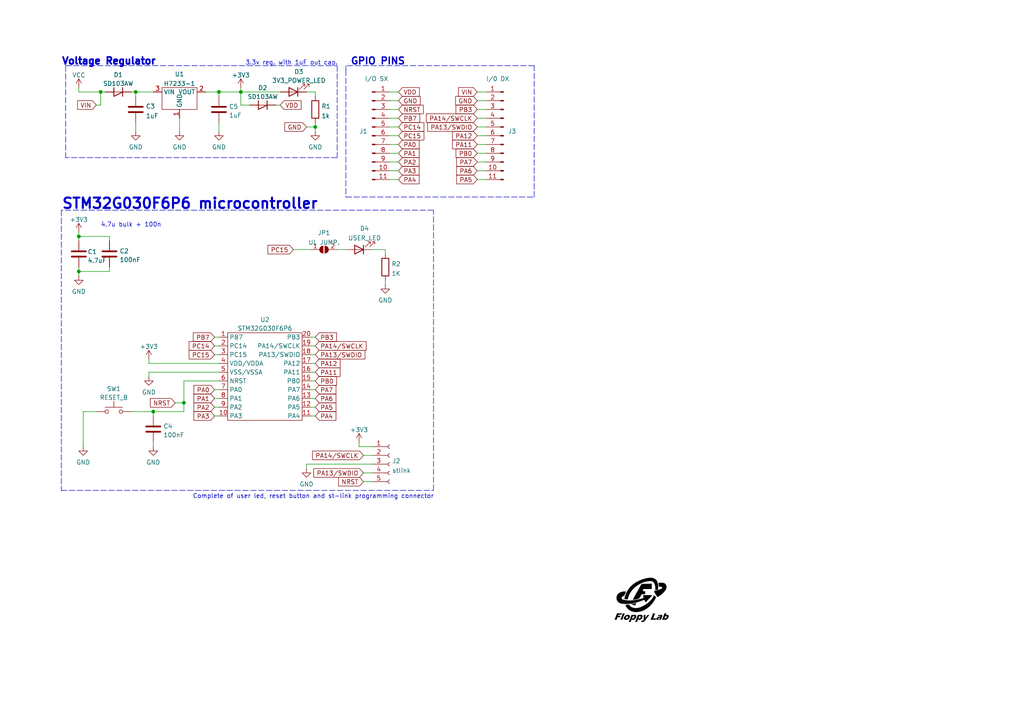
<source format=kicad_sch>
(kicad_sch (version 20211123) (generator eeschema)
  (paper "A4")
  (title_block (title "THE FLOPPY BOARD V2.x") (date "2022-10-28") (rev "2.0"))
  (lib_symbols
    (symbol "Connector:Conn_01x05_Female" (pin_names (offset 1.016) hide)
      (property "Reference" "J" (at 0 7.62 0))
      (property "Value" "Conn_01x05_Female" (at 0 -7.62 0))
      (symbol "Conn_01x05_Female_1_1"
        (arc (start 0 -4.572) (mid -0.508 -5.08) (end 0 -5.588) (stroke (width 0.1524)))
        (arc (start 0 -2.032) (mid -0.508 -2.54) (end 0 -3.048) (stroke (width 0.1524)))
        (polyline (pts (xy -1.27 -5.08) (xy -0.508 -5.08)) (stroke (width 0.1524)))
        (polyline (pts (xy -1.27 -2.54) (xy -0.508 -2.54)) (stroke (width 0.1524)))
        (polyline (pts (xy -1.27 0) (xy -0.508 0)) (stroke (width 0.1524)))
        (polyline (pts (xy -1.27 2.54) (xy -0.508 2.54)) (stroke (width 0.1524)))
        (polyline (pts (xy -1.27 5.08) (xy -0.508 5.08)) (stroke (width 0.1524)))
        (arc (start 0 0.508) (mid -0.508 0) (end 0 -0.508) (stroke (width 0.1524)))
        (arc (start 0 3.048) (mid -0.508 2.54) (end 0 2.032) (stroke (width 0.1524)))
        (arc (start 0 5.588) (mid -0.508 5.08) (end 0 4.572) (stroke (width 0.1524)))
        (pin passive line (at -5.08 5.08 0) (length 3.81) (name "Pin_1") (number "1"))
        (pin passive line (at -5.08 2.54 0) (length 3.81) (name "Pin_2") (number "2"))
        (pin passive line (at -5.08 0 0) (length 3.81) (name "Pin_3") (number "3"))
        (pin passive line (at -5.08 -2.54 0) (length 3.81) (name "Pin_4") (number "4"))
        (pin passive line (at -5.08 -5.08 0) (length 3.81) (name "Pin_5") (number "5"))
      )
    )
    (symbol "Connector:Conn_01x11_Male" (pin_names (offset 1.016) hide)
      (property "Reference" "J" (at 0 15.24 0))
      (property "Value" "Conn_01x11_Male" (at 0 -15.24 0))
      (symbol "Conn_01x11_Male_1_1"
        (polyline (pts (xy 1.27 -12.7) (xy 0.8636 -12.7)) (stroke (width 0.1524)))
        (polyline (pts (xy 1.27 -10.16) (xy 0.8636 -10.16)) (stroke (width 0.1524)))
        (polyline (pts (xy 1.27 -7.62) (xy 0.8636 -7.62)) (stroke (width 0.1524)))
        (polyline (pts (xy 1.27 -5.08) (xy 0.8636 -5.08)) (stroke (width 0.1524)))
        (polyline (pts (xy 1.27 -2.54) (xy 0.8636 -2.54)) (stroke (width 0.1524)))
        (polyline (pts (xy 1.27 0) (xy 0.8636 0)) (stroke (width 0.1524)))
        (polyline (pts (xy 1.27 2.54) (xy 0.8636 2.54)) (stroke (width 0.1524)))
        (polyline (pts (xy 1.27 5.08) (xy 0.8636 5.08)) (stroke (width 0.1524)))
        (polyline (pts (xy 1.27 7.62) (xy 0.8636 7.62)) (stroke (width 0.1524)))
        (polyline (pts (xy 1.27 10.16) (xy 0.8636 10.16)) (stroke (width 0.1524)))
        (polyline (pts (xy 1.27 12.7) (xy 0.8636 12.7)) (stroke (width 0.1524)))
        (rectangle (start 0.8636 -12.573) (end 0 -12.827) (stroke (width 0.1524)) (fill (type outline)))
        (rectangle (start 0.8636 -10.033) (end 0 -10.287) (stroke (width 0.1524)) (fill (type outline)))
        (rectangle (start 0.8636 -7.493) (end 0 -7.747) (stroke (width 0.1524)) (fill (type outline)))
        (rectangle (start 0.8636 -4.953) (end 0 -5.207) (stroke (width 0.1524)) (fill (type outline)))
        (rectangle (start 0.8636 -2.413) (end 0 -2.667) (stroke (width 0.1524)) (fill (type outline)))
        (rectangle (start 0.8636 0.127) (end 0 -0.127) (stroke (width 0.1524)) (fill (type outline)))
        (rectangle (start 0.8636 2.667) (end 0 2.413) (stroke (width 0.1524)) (fill (type outline)))
        (rectangle (start 0.8636 5.207) (end 0 4.953) (stroke (width 0.1524)) (fill (type outline)))
        (rectangle (start 0.8636 7.747) (end 0 7.493) (stroke (width 0.1524)) (fill (type outline)))
        (rectangle (start 0.8636 10.287) (end 0 10.033) (stroke (width 0.1524)) (fill (type outline)))
        (rectangle (start 0.8636 12.827) (end 0 12.573) (stroke (width 0.1524)) (fill (type outline)))
        (pin passive line (at 5.08 12.7 180) (length 3.81) (name "Pin_1") (number "1"))
        (pin passive line (at 5.08 -10.16 180) (length 3.81) (name "Pin_10") (number "10"))
        (pin passive line (at 5.08 -12.7 180) (length 3.81) (name "Pin_11") (number "11"))
        (pin passive line (at 5.08 10.16 180) (length 3.81) (name "Pin_2") (number "2"))
        (pin passive line (at 5.08 7.62 180) (length 3.81) (name "Pin_3") (number "3"))
        (pin passive line (at 5.08 5.08 180) (length 3.81) (name "Pin_4") (number "4"))
        (pin passive line (at 5.08 2.54 180) (length 3.81) (name "Pin_5") (number "5"))
        (pin passive line (at 5.08 0 180) (length 3.81) (name "Pin_6") (number "6"))
        (pin passive line (at 5.08 -2.54 180) (length 3.81) (name "Pin_7") (number "7"))
        (pin passive line (at 5.08 -5.08 180) (length 3.81) (name "Pin_8") (number "8"))
        (pin passive line (at 5.08 -7.62 180) (length 3.81) (name "Pin_9") (number "9"))
      )
    )
    (symbol "Device:C" (pin_numbers hide) (pin_names (offset 0.254))
      (property "Reference" "C" (at 0.635 2.54 0))
      (property "Value" "C" (at 0.635 -2.54 0))
      (symbol "C_0_1"
        (polyline (pts (xy -2.032 -0.762) (xy 2.032 -0.762)) (stroke (width 0.508)))
        (polyline (pts (xy -2.032 0.762) (xy 2.032 0.762)) (stroke (width 0.508)))
      )
      (symbol "C_1_1"
        (pin passive line (at 0 3.81 270) (length 2.794) (name "~") (number "1"))
        (pin passive line (at 0 -3.81 90) (length 2.794) (name "~") (number "2"))
      )
    )
    (symbol "Device:D_Shockley" (pin_numbers hide) (pin_names (offset 1.016) hide)
      (property "Reference" "D" (at 0 2.54 0))
      (property "Value" "D_Shockley" (at 0 -2.54 0))
      (symbol "D_Shockley_0_1"
        (polyline (pts (xy -1.27 0) (xy 1.27 0)))
        (polyline (pts (xy -1.27 1.27) (xy -1.27 -1.27)) (stroke (width 0.254)))
        (polyline (pts (xy -1.27 0) (xy 1.27 1.27) (xy 1.27 -1.27)) (stroke (width 0.254)))
      )
      (symbol "D_Shockley_1_1"
        (pin passive line (at -3.81 0 0) (length 2.54) (name "K") (number "1"))
        (pin passive line (at 3.81 0 180) (length 2.54) (name "A") (number "2"))
      )
    )
    (symbol "Device:LED" (pin_numbers hide) (pin_names (offset 1.016) hide)
      (property "Reference" "D" (at 0 2.54 0))
      (property "Value" "LED" (at 0 -2.54 0))
      (symbol "LED_0_1"
        (polyline (pts (xy -1.27 -1.27) (xy -1.27 1.27)) (stroke (width 0.254)))
        (polyline (pts (xy -1.27 0) (xy 1.27 0)))
        (polyline (pts (xy 1.27 -1.27) (xy 1.27 1.27) (xy -1.27 0) (xy 1.27 -1.27)) (stroke (width 0.254)))
        (polyline (pts (xy -3.048 -0.762) (xy -4.572 -2.286) (xy -3.81 -2.286) (xy -4.572 -2.286) (xy -4.572 -1.524)))
        (polyline (pts (xy -1.778 -0.762) (xy -3.302 -2.286) (xy -2.54 -2.286) (xy -3.302 -2.286) (xy -3.302 -1.524)))
      )
      (symbol "LED_1_1"
        (pin passive line (at -3.81 0 0) (length 2.54) (name "K") (number "1"))
        (pin passive line (at 3.81 0 180) (length 2.54) (name "A") (number "2"))
      )
    )
    (symbol "Device:R" (pin_numbers hide) (pin_names (offset 0))
      (property "Reference" "R" (at 2.032 0 90))
      (property "Value" "R" (at 0 0 90))
      (symbol "R_0_1"
        (rectangle (start -1.016 -2.54) (end 1.016 2.54) (stroke (width 0.254)))
      )
      (symbol "R_1_1"
        (pin passive line (at 0 3.81 270) (length 1.27) (name "~") (number "1"))
        (pin passive line (at 0 -3.81 90) (length 1.27) (name "~") (number "2"))
      )
    )
    (symbol "Jumper:SolderJumper_2_Open" (pin_names (offset 0) hide)
      (property "Reference" "JP" (at 0 2.032 0))
      (property "Value" "SolderJumper_2_Open" (at 0 -2.54 0))
      (symbol "SolderJumper_2_Open_0_1"
        (arc (start -0.254 1.016) (mid -1.27 0) (end -0.254 -1.016))
        (arc (start -0.254 1.016) (mid -1.27 0) (end -0.254 -1.016) (fill (type outline)))
        (polyline (pts (xy -0.254 1.016) (xy -0.254 -1.016)))
        (polyline (pts (xy 0.254 1.016) (xy 0.254 -1.016)))
        (arc (start 0.254 -1.016) (mid 1.27 0) (end 0.254 1.016))
        (arc (start 0.254 -1.016) (mid 1.27 0) (end 0.254 1.016) (fill (type outline)))
      )
      (symbol "SolderJumper_2_Open_1_1"
        (pin passive line (at -3.81 0 0) (length 2.54) (name "A") (number "1"))
        (pin passive line (at 3.81 0 180) (length 2.54) (name "B") (number "2"))
      )
    )
    (symbol "Switch:SW_Push" (pin_numbers hide) (pin_names (offset 1.016) hide)
      (property "Reference" "SW" (at 1.27 2.54 0))
      (property "Value" "SW_Push" (at 0 -1.524 0))
      (symbol "SW_Push_0_1"
        (circle (center -2.032 0) (radius 0.508))
        (polyline (pts (xy 0 1.27) (xy 0 3.048)))
        (polyline (pts (xy 2.54 1.27) (xy -2.54 1.27)))
        (circle (center 2.032 0) (radius 0.508))
        (pin passive line (at -5.08 0 0) (length 2.54) (name "1") (number "1"))
        (pin passive line (at 5.08 0 180) (length 2.54) (name "2") (number "2"))
      )
    )
    (symbol "_MIA:H7233-1"
      (property "Reference" "U" (at -1.27 7.62 0))
      (property "Value" "H7233-1" (at 0 5.08 0))
      (symbol "H7233-1_0_1"
        (rectangle (start -5.08 3.81) (end 5.08 -2.54) (stroke (width 0.1524)))
      )
      (symbol "H7233-1_1_1"
        (pin output line (at 0 -5.08 90) (length 2.54) (name "GND") (number "1"))
        (pin output line (at 7.62 2.54 180) (length 2.54) (name "VOUT") (number "2"))
        (pin input line (at -7.62 2.54 0) (length 2.54) (name "VIN") (number "3"))
      )
    )
    (symbol "_MIA:STM32G030F6P6"
      (property "Reference" "U" (at -1.27 16.51 0))
      (property "Value" "STM32G030F6P6" (at 0 13.97 0))
      (symbol "STM32G030F6P6_0_1"
        (rectangle (start -11.43 12.7) (end 10.16 -12.7) (stroke (width 0.1524)))
      )
      (symbol "STM32G030F6P6_1_1"
        (pin bidirectional line (at -13.97 11.43 0) (length 2.54) (name "PB7") (number "1"))
        (pin bidirectional line (at -13.97 -11.43 0) (length 2.54) (name "PA3") (number "10"))
        (pin bidirectional line (at 12.7 -11.43 180) (length 2.54) (name "PA4") (number "11"))
        (pin bidirectional line (at 12.7 -8.89 180) (length 2.54) (name "PA5") (number "12"))
        (pin bidirectional line (at 12.7 -6.35 180) (length 2.54) (name "PA6") (number "13"))
        (pin bidirectional line (at 12.7 -3.81 180) (length 2.54) (name "PA7") (number "14"))
        (pin bidirectional line (at 12.7 -1.27 180) (length 2.54) (name "PB0") (number "15"))
        (pin bidirectional line (at 12.7 1.27 180) (length 2.54) (name "PA11") (number "16"))
        (pin bidirectional line (at 12.7 3.81 180) (length 2.54) (name "PA12") (number "17"))
        (pin bidirectional line (at 12.7 6.35 180) (length 2.54) (name "PA13/SWDIO") (number "18"))
        (pin bidirectional line (at 12.7 8.89 180) (length 2.54) (name "PA14/SWCLK") (number "19"))
        (pin bidirectional line (at -13.97 8.89 0) (length 2.54) (name "PC14") (number "2"))
        (pin bidirectional line (at 12.7 11.43 180) (length 2.54) (name "PB3") (number "20"))
        (pin bidirectional line (at -13.97 6.35 0) (length 2.54) (name "PC15") (number "3"))
        (pin input line (at -13.97 3.81 0) (length 2.54) (name "VDD/VDDA") (number "4"))
        (pin input line (at -13.97 1.27 0) (length 2.54) (name "VSS/VSSA") (number "5"))
        (pin input line (at -13.97 -1.27 0) (length 2.54) (name "NRST") (number "6"))
        (pin bidirectional line (at -13.97 -3.81 0) (length 2.54) (name "PA0") (number "7"))
        (pin bidirectional line (at -13.97 -6.35 0) (length 2.54) (name "PA1") (number "8"))
        (pin bidirectional line (at -13.97 -8.89 0) (length 2.54) (name "PA2") (number "9"))
      )
    )
    (symbol "power:+3.3V" (power) (pin_names (offset 0))
      (property "Value" "+3.3V" (at 0 3.556 0))
      (symbol "+3.3V_0_1"
        (polyline (pts (xy -0.762 1.27) (xy 0 2.54)))
        (polyline (pts (xy 0 0) (xy 0 2.54)))
        (polyline (pts (xy 0 2.54) (xy 0.762 1.27)))
      )
      (symbol "+3.3V_1_1"
        (pin power_in line (at 0 0 90) (length 0) hide (name "+3V3") (number "1"))
      )
    )
    (symbol "power:GND" (power) (pin_names (offset 0))
      (property "Value" "GND" (at 0 -3.81 0))
      (symbol "GND_0_1"
        (polyline (pts (xy 0 0) (xy 0 -1.27) (xy 1.27 -1.27) (xy 0 -2.54) (xy -1.27 -1.27) (xy 0 -1.27)))
      )
      (symbol "GND_1_1"
        (pin power_in line (at 0 0 270) (length 0) hide (name "GND") (number "1"))
      )
    )
    (symbol "power:VCC" (power) (pin_names (offset 0))
      (property "Value" "VCC" (at 0 3.81 0))
      (symbol "VCC_0_1"
        (polyline (pts (xy -0.762 1.27) (xy 0 2.54)))
        (polyline (pts (xy 0 0) (xy 0 2.54)))
        (polyline (pts (xy 0 2.54) (xy 0.762 1.27)))
      )
      (symbol "VCC_1_1"
        (pin power_in line (at 0 0 90) (length 0) hide (name "VCC") (number "1"))
      )
    )
  )
  (junction (at 29.21 26.67))
  (junction (at 91.44 36.83))
  (junction (at 39.37 26.67))
  (junction (at 53.34 116.84))
  (junction (at 22.86 68.58))
  (junction (at 63.5 26.67))
  (junction (at 69.85 26.67))
  (junction (at 22.86 78.74))
  (junction (at 44.45 119.38))
  (wire (pts (xy 138.43 44.45) (xy 140.97 44.45)))
  (wire (pts (xy 113.03 52.07) (xy 115.57 52.07)))
  (wire (pts (xy 52.07 34.29) (xy 52.07 38.1)))
  (wire (pts (xy 113.03 44.45) (xy 115.57 44.45)))
  (wire (pts (xy 138.43 46.99) (xy 140.97 46.99)))
  (wire (pts (xy 38.1 26.67) (xy 39.37 26.67)))
  (polyline (pts (xy 100.33 19.05) (xy 100.33 20.32)))
  (wire (pts (xy 91.44 36.83) (xy 91.44 38.1)))
  (wire (pts (xy 24.13 119.38) (xy 24.13 129.54)))
  (wire (pts (xy 22.86 68.58) (xy 31.75 68.58)))
  (polyline (pts (xy 97.79 45.72) (xy 19.05 45.72)))
  (wire (pts (xy 90.17 120.65) (xy 91.44 120.65)))
  (wire (pts (xy 90.17 102.87) (xy 91.44 102.87)))
  (wire (pts (xy 69.85 30.48) (xy 72.39 30.48)))
  (wire (pts (xy 53.34 110.49) (xy 63.5 110.49)))
  (polyline (pts (xy 100.33 20.32) (xy 100.33 57.15)))
  (wire (pts (xy 88.9 36.83) (xy 91.44 36.83)))
  (wire (pts (xy 24.13 119.38) (xy 27.94 119.38)))
  (wire (pts (xy 22.86 67.31) (xy 22.86 68.58)))
  (wire (pts (xy 53.34 110.49) (xy 53.34 116.84)))
  (wire (pts (xy 90.17 113.03) (xy 91.44 113.03)))
  (wire (pts (xy 85.09 72.39) (xy 90.17 72.39)))
  (wire (pts (xy 69.85 26.67) (xy 69.85 25.4)))
  (wire (pts (xy 29.21 30.48) (xy 27.94 30.48)))
  (wire (pts (xy 104.14 128.27) (xy 104.14 129.54)))
  (wire (pts (xy 138.43 41.91) (xy 140.97 41.91)))
  (polyline (pts (xy 17.78 60.96) (xy 17.78 142.24)))
  (wire (pts (xy 138.43 31.75) (xy 140.97 31.75)))
  (wire (pts (xy 22.86 78.74) (xy 31.75 78.74)))
  (wire (pts (xy 22.86 26.67) (xy 22.86 25.4)))
  (wire (pts (xy 113.03 29.21) (xy 115.57 29.21)))
  (wire (pts (xy 29.21 26.67) (xy 30.48 26.67)))
  (wire (pts (xy 90.17 110.49) (xy 91.44 110.49)))
  (wire (pts (xy 62.23 118.11) (xy 63.5 118.11)))
  (wire (pts (xy 62.23 120.65) (xy 63.5 120.65)))
  (wire (pts (xy 53.34 116.84) (xy 53.34 119.38)))
  (wire (pts (xy 104.14 129.54) (xy 107.95 129.54)))
  (wire (pts (xy 111.76 73.66) (xy 111.76 72.39)))
  (wire (pts (xy 62.23 102.87) (xy 63.5 102.87)))
  (wire (pts (xy 43.18 105.41) (xy 63.5 105.41)))
  (wire (pts (xy 39.37 35.56) (xy 39.37 38.1)))
  (polyline (pts (xy 154.94 19.05) (xy 100.33 19.05)))
  (wire (pts (xy 22.86 26.67) (xy 29.21 26.67)))
  (wire (pts (xy 88.9 135.89) (xy 88.9 134.62)))
  (wire (pts (xy 62.23 100.33) (xy 63.5 100.33)))
  (wire (pts (xy 69.85 26.67) (xy 81.28 26.67)))
  (polyline (pts (xy 125.73 142.24) (xy 125.73 60.96)))
  (wire (pts (xy 22.86 68.58) (xy 22.86 69.85)))
  (wire (pts (xy 113.03 34.29) (xy 115.57 34.29)))
  (wire (pts (xy 91.44 35.56) (xy 91.44 36.83)))
  (wire (pts (xy 50.8 116.84) (xy 53.34 116.84)))
  (wire (pts (xy 138.43 49.53) (xy 140.97 49.53)))
  (wire (pts (xy 59.69 26.67) (xy 63.5 26.67)))
  (wire (pts (xy 43.18 107.95) (xy 43.18 109.22)))
  (wire (pts (xy 38.1 119.38) (xy 44.45 119.38)))
  (wire (pts (xy 90.17 118.11) (xy 91.44 118.11)))
  (wire (pts (xy 113.03 49.53) (xy 115.57 49.53)))
  (polyline (pts (xy 19.05 19.05) (xy 19.05 45.72)))
  (wire (pts (xy 90.17 107.95) (xy 91.44 107.95)))
  (polyline (pts (xy 17.78 142.24) (xy 125.73 142.24)))
  (wire (pts (xy 90.17 97.79) (xy 91.44 97.79)))
  (polyline (pts (xy 97.79 19.05) (xy 97.79 45.72)))
  (wire (pts (xy 113.03 26.67) (xy 115.57 26.67)))
  (wire (pts (xy 138.43 29.21) (xy 140.97 29.21)))
  (polyline (pts (xy 19.05 19.05) (xy 97.79 19.05)))
  (wire (pts (xy 39.37 26.67) (xy 44.45 26.67)))
  (wire (pts (xy 138.43 26.67) (xy 140.97 26.67)))
  (wire (pts (xy 90.17 105.41) (xy 91.44 105.41)))
  (wire (pts (xy 113.03 41.91) (xy 115.57 41.91)))
  (wire (pts (xy 29.21 26.67) (xy 29.21 30.48)))
  (wire (pts (xy 88.9 26.67) (xy 91.44 26.67)))
  (wire (pts (xy 105.41 132.08) (xy 107.95 132.08)))
  (wire (pts (xy 62.23 115.57) (xy 63.5 115.57)))
  (wire (pts (xy 62.23 113.03) (xy 63.5 113.03)))
  (wire (pts (xy 44.45 119.38) (xy 44.45 120.65)))
  (wire (pts (xy 138.43 52.07) (xy 140.97 52.07)))
  (wire (pts (xy 43.18 104.14) (xy 43.18 105.41)))
  (wire (pts (xy 97.79 72.39) (xy 100.33 72.39)))
  (wire (pts (xy 111.76 81.28) (xy 111.76 82.55)))
  (wire (pts (xy 63.5 26.67) (xy 69.85 26.67)))
  (wire (pts (xy 113.03 31.75) (xy 115.57 31.75)))
  (wire (pts (xy 31.75 78.74) (xy 31.75 77.47)))
  (polyline (pts (xy 125.73 60.96) (xy 17.78 60.96)))
  (wire (pts (xy 63.5 26.67) (xy 63.5 27.94)))
  (wire (pts (xy 90.17 115.57) (xy 91.44 115.57)))
  (wire (pts (xy 138.43 36.83) (xy 140.97 36.83)))
  (wire (pts (xy 63.5 107.95) (xy 43.18 107.95)))
  (wire (pts (xy 113.03 36.83) (xy 115.57 36.83)))
  (wire (pts (xy 138.43 39.37) (xy 140.97 39.37)))
  (wire (pts (xy 22.86 77.47) (xy 22.86 78.74)))
  (polyline (pts (xy 154.94 57.15) (xy 154.94 19.05)))
  (wire (pts (xy 62.23 97.79) (xy 63.5 97.79)))
  (wire (pts (xy 111.76 72.39) (xy 107.95 72.39)))
  (wire (pts (xy 91.44 26.67) (xy 91.44 27.94)))
  (wire (pts (xy 113.03 46.99) (xy 115.57 46.99)))
  (wire (pts (xy 69.85 30.48) (xy 69.85 26.67)))
  (wire (pts (xy 31.75 69.85) (xy 31.75 68.58)))
  (polyline (pts (xy 100.33 57.15) (xy 154.94 57.15)))
  (wire (pts (xy 90.17 100.33) (xy 91.44 100.33)))
  (wire (pts (xy 138.43 34.29) (xy 140.97 34.29)))
  (wire (pts (xy 88.9 134.62) (xy 107.95 134.62)))
  (wire (pts (xy 105.41 137.16) (xy 107.95 137.16)))
  (wire (pts (xy 53.34 119.38) (xy 44.45 119.38)))
  (wire (pts (xy 105.41 139.7) (xy 107.95 139.7)))
  (wire (pts (xy 22.86 78.74) (xy 22.86 80.01)))
  (wire (pts (xy 44.45 128.27) (xy 44.45 129.54)))
  (wire (pts (xy 80.01 30.48) (xy 81.28 30.48)))
  (wire (pts (xy 39.37 27.94) (xy 39.37 26.67)))
  (wire (pts (xy 113.03 39.37) (xy 115.57 39.37)))
  (wire (pts (xy 63.5 35.56) (xy 63.5 38.1)))
  (image (at 186.055 173.99) (scale 0.258794))
  (text "3.3v reg. with 1uF out cap." (at 71.12 19.05 0) (effects (font (size 1.27 1.27)) (justify left bottom)))
  (text "GPIO PINS" (at 101.6 19.05 0) (effects (font (size 2 2) (thickness 0.4) bold) (justify left bottom)))
  (text "4.7u bulk + 100n " (at 29.21 66.04 0) (effects (font (size 1.27 1.27)) (justify left bottom)))
  (text "Complete of user led, reset button and st-link programming connector" (at 55.88 144.78 0) (effects (font (size 1.27 1.27)) (justify left bottom)))
  (text "STM32G030F6P6 microcontroller" (at 17.78 60.96 0) (effects (font (size 3 3) (thickness 0.6) bold) (justify left bottom)))
  (text "Voltage Regulator\n" (at 17.78 19.05 0) (effects (font (size 2 2) (thickness 0.6) bold) (justify left bottom)))
  (global_label "PB3" (shape input) (at 91.44 97.79 0) (property "Intersheet References" "${INTERSHEET_REFS}" (effects hide)))
  (global_label "PA11" (shape input) (at 138.43 41.91 180) (property "Intersheet References" "${INTERSHEET_REFS}" (effects hide)))
  (global_label "VIN" (shape input) (at 138.43 26.67 180) (property "Intersheet References" "${INTERSHEET_REFS}" (effects hide)))
  (global_label "VIN" (shape input) (at 27.94 30.48 180) (property "Intersheet References" "${INTERSHEET_REFS}" (effects hide)))
  (global_label "PA3" (shape input) (at 62.23 120.65 180) (property "Intersheet References" "${INTERSHEET_REFS}" (effects hide)))
  (global_label "PC15" (shape input) (at 62.23 102.87 180) (property "Intersheet References" "${INTERSHEET_REFS}" (effects hide)))
  (global_label "PA6" (shape input) (at 91.44 115.57 0) (property "Intersheet References" "${INTERSHEET_REFS}" (effects hide)))
  (global_label "PC15" (shape input) (at 115.57 39.37 0) (property "Intersheet References" "${INTERSHEET_REFS}" (effects hide)))
  (global_label "PA13{slash}SWDIO" (shape input) (at 105.41 137.16 180) (property "Intersheet References" "${INTERSHEET_REFS}" (effects hide)))
  (global_label "NRST" (shape input) (at 115.57 31.75 0) (property "Intersheet References" "${INTERSHEET_REFS}" (effects hide)))
  (global_label "VDD" (shape input) (at 115.57 26.67 0) (property "Intersheet References" "${INTERSHEET_REFS}" (effects hide)))
  (global_label "PA14{slash}SWCLK" (shape input) (at 105.41 132.08 180) (property "Intersheet References" "${INTERSHEET_REFS}" (effects hide)))
  (global_label "NRST" (shape input) (at 105.41 139.7 180) (property "Intersheet References" "${INTERSHEET_REFS}" (effects hide)))
  (global_label "PB7" (shape input) (at 62.23 97.79 180) (property "Intersheet References" "${INTERSHEET_REFS}" (effects hide)))
  (global_label "PA7" (shape input) (at 91.44 113.03 0) (property "Intersheet References" "${INTERSHEET_REFS}" (effects hide)))
  (global_label "PA7" (shape input) (at 138.43 46.99 180) (property "Intersheet References" "${INTERSHEET_REFS}" (effects hide)))
  (global_label "PA0" (shape input) (at 115.57 41.91 0) (property "Intersheet References" "${INTERSHEET_REFS}" (effects hide)))
  (global_label "PA1" (shape input) (at 115.57 44.45 0) (property "Intersheet References" "${INTERSHEET_REFS}" (effects hide)))
  (global_label "GND" (shape input) (at 115.57 29.21 0) (property "Intersheet References" "${INTERSHEET_REFS}" (effects hide)))
  (global_label "PA6" (shape input) (at 138.43 49.53 180) (property "Intersheet References" "${INTERSHEET_REFS}" (effects hide)))
  (global_label "PB0" (shape input) (at 138.43 44.45 180) (property "Intersheet References" "${INTERSHEET_REFS}" (effects hide)))
  (global_label "PA4" (shape input) (at 115.57 52.07 0) (property "Intersheet References" "${INTERSHEET_REFS}" (effects hide)))
  (global_label "PA13{slash}SWDIO" (shape input) (at 91.44 102.87 0) (property "Intersheet References" "${INTERSHEET_REFS}" (effects hide)))
  (global_label "GND" (shape input) (at 88.9 36.83 180) (property "Intersheet References" "${INTERSHEET_REFS}" (effects hide)))
  (global_label "PA2" (shape input) (at 115.57 46.99 0) (property "Intersheet References" "${INTERSHEET_REFS}" (effects hide)))
  (global_label "PA11" (shape input) (at 91.44 107.95 0) (property "Intersheet References" "${INTERSHEET_REFS}" (effects hide)))
  (global_label "PA1" (shape input) (at 62.23 115.57 180) (property "Intersheet References" "${INTERSHEET_REFS}" (effects hide)))
  (global_label "PA12" (shape input) (at 91.44 105.41 0) (property "Intersheet References" "${INTERSHEET_REFS}" (effects hide)))
  (global_label "GND" (shape input) (at 138.43 29.21 180) (property "Intersheet References" "${INTERSHEET_REFS}" (effects hide)))
  (global_label "PA4" (shape input) (at 91.44 120.65 0) (property "Intersheet References" "${INTERSHEET_REFS}" (effects hide)))
  (global_label "PA14{slash}SWCLK" (shape input) (at 91.44 100.33 0) (property "Intersheet References" "${INTERSHEET_REFS}" (effects hide)))
  (global_label "PB0" (shape input) (at 91.44 110.49 0) (property "Intersheet References" "${INTERSHEET_REFS}" (effects hide)))
  (global_label "PA3" (shape input) (at 115.57 49.53 0) (property "Intersheet References" "${INTERSHEET_REFS}" (effects hide)))
  (global_label "PA2" (shape input) (at 62.23 118.11 180) (property "Intersheet References" "${INTERSHEET_REFS}" (effects hide)))
  (global_label "NRST" (shape input) (at 50.8 116.84 180) (property "Intersheet References" "${INTERSHEET_REFS}" (effects hide)))
  (global_label "PA5" (shape input) (at 91.44 118.11 0) (property "Intersheet References" "${INTERSHEET_REFS}" (effects hide)))
  (global_label "PA0" (shape input) (at 62.23 113.03 180) (property "Intersheet References" "${INTERSHEET_REFS}" (effects hide)))
  (global_label "VDD" (shape input) (at 81.28 30.48 0) (property "Intersheet References" "${INTERSHEET_REFS}" (effects hide)))
  (global_label "PB7" (shape input) (at 115.57 34.29 0) (property "Intersheet References" "${INTERSHEET_REFS}" (effects hide)))
  (global_label "PC15" (shape input) (at 85.09 72.39 180) (property "Intersheet References" "${INTERSHEET_REFS}" (effects hide)))
  (global_label "PA5" (shape input) (at 138.43 52.07 180) (property "Intersheet References" "${INTERSHEET_REFS}" (effects hide)))
  (global_label "PA12" (shape input) (at 138.43 39.37 180) (property "Intersheet References" "${INTERSHEET_REFS}" (effects hide)))
  (global_label "PA13{slash}SWDIO" (shape input) (at 138.43 36.83 180) (property "Intersheet References" "${INTERSHEET_REFS}" (effects hide)))
  (global_label "PA14{slash}SWCLK" (shape input) (at 138.43 34.29 180) (property "Intersheet References" "${INTERSHEET_REFS}" (effects hide)))
  (global_label "PC14" (shape input) (at 62.23 100.33 180) (property "Intersheet References" "${INTERSHEET_REFS}" (effects hide)))
  (global_label "PB3" (shape input) (at 138.43 31.75 180) (property "Intersheet References" "${INTERSHEET_REFS}" (effects hide)))
  (global_label "PC14" (shape input) (at 115.57 36.83 0) (property "Intersheet References" "${INTERSHEET_REFS}" (effects hide)))
  (symbol (lib_id "Switch:SW_Push") (at 33.02 119.38 0) (unit 1)
    (property "Reference" "SW1" (at 33.02 112.7592 0))
    (property "Value" "RESET_B" (at 33.02 115.2961 0))
    (property "Footprint" "_MIA footprint:SMD BUTTON 5.1x5.1" (effects hide))
  )
  (symbol (lib_id "Device:C") (at 22.86 73.66 0) (unit 1)
    (property "Reference" "C1" (at 25.4 73.025 0) (effects (justify left)))
    (property "Value" "4.7uF" (at 25.4 75.565 0) (effects (justify left)))
    (property "Footprint" "Capacitor_SMD:C_0805_2012Metric_Pad1.18x1.45mm_HandSolder" (effects hide))
  )
  (symbol (lib_id "power:GND") (at 52.07 38.1 0) (unit 1)
    (property "Reference" "#PWR09" (effects hide))
    (property "Value" "GND" (at 52.07 42.6625 0))
  )
  (symbol (lib_id "Connector:Conn_01x05_Female") (at 113.03 134.62 0) (unit 1)
    (property "Reference" "J2" (at 113.7412 133.7115 0) (effects (justify left)))
    (property "Value" "stlink" (at 113.7412 136.4866 0) (effects (justify left)))
    (property "Footprint" "Connector_PinHeader_2.54mm:PinHeader_1x05_P2.54mm_Vertical" (effects hide))
  )
  (symbol (lib_id "Device:C") (at 31.75 73.66 0) (unit 1)
    (property "Reference" "C2" (at 34.671 72.8253 0) (effects (justify left)))
    (property "Value" "100nF" (at 34.671 75.3622 0) (effects (justify left)))
    (property "Footprint" "Capacitor_SMD:C_0805_2012Metric_Pad1.18x1.45mm_HandSolder" (effects hide))
  )
  (symbol (lib_id "power:GND") (at 22.86 80.01 0) (unit 1)
    (property "Reference" "#PWR03" (effects hide))
    (property "Value" "GND" (at 22.86 84.5725 0))
  )
  (symbol (lib_id "Device:R") (at 111.76 77.47 0) (unit 1)
    (property "Reference" "R2" (at 113.538 76.5615 0) (effects (justify left)))
    (property "Value" "1K" (at 113.538 79.3366 0) (effects (justify left)))
    (property "Footprint" "Resistor_SMD:R_0805_2012Metric_Pad1.20x1.40mm_HandSolder" (effects hide))
  )
  (symbol (lib_id "power:+3.3V") (at 43.18 104.14 0) (unit 1)
    (property "Reference" "#PWR06" (effects hide))
    (property "Value" "+3.3V" (at 43.18 100.5355 0))
  )
  (symbol (lib_id "power:GND") (at 63.5 38.1 0) (unit 1)
    (property "Reference" "#PWR010" (effects hide))
    (property "Value" "GND" (at 63.5 42.6625 0))
  )
  (symbol (lib_id "power:+3.3V") (at 69.85 25.4 0) (unit 1)
    (property "Reference" "#PWR011" (effects hide))
    (property "Value" "+3.3V" (at 69.85 21.7955 0))
  )
  (symbol (lib_id "power:GND") (at 88.9 135.89 0) (unit 1)
    (property "Reference" "#PWR012" (effects hide))
    (property "Value" "GND" (at 88.9 140.4525 0))
  )
  (symbol (lib_id "Device:R") (at 91.44 31.75 180) (unit 1)
    (property "Reference" "R1" (at 93.218 30.8415 0) (effects (justify right)))
    (property "Value" "1k" (at 93.218 33.6166 0) (effects (justify right)))
    (property "Footprint" "Resistor_SMD:R_0805_2012Metric_Pad1.20x1.40mm_HandSolder" (effects hide))
  )
  (symbol (lib_id "Device:D_Shockley") (at 34.29 26.67 180) (unit 1)
    (property "Reference" "D1" (at 34.29 21.7002 0))
    (property "Value" "SD103AW" (at 34.29 24.2371 0))
    (property "Footprint" "Diode_SMD:D_SOD-123" (effects hide))
  )
  (symbol (lib_id "Device:C") (at 39.37 31.75 0) (unit 1)
    (property "Reference" "C3" (at 42.291 30.8415 0) (effects (justify left)))
    (property "Value" "1uF" (at 42.291 33.6166 0) (effects (justify left)))
    (property "Footprint" "Capacitor_SMD:C_0805_2012Metric_Pad1.18x1.45mm_HandSolder" (effects hide))
  )
  (symbol (lib_id "Device:D_Shockley") (at 76.2 30.48 180) (unit 1)
    (property "Reference" "D2" (at 76.2 25.5102 0))
    (property "Value" "SD103AW" (at 76.2 28.0471 0))
    (property "Footprint" "Diode_SMD:D_SOD-123F" (effects hide))
  )
  (symbol (lib_id "_MIA:H7233-1") (at 52.07 29.21 0) (unit 1)
    (property "Reference" "U1" (at 52.07 21.4843 0))
    (property "Value" "H7233-1" (at 52.07 24.2594 0))
    (property "Footprint" "Package_TO_SOT_SMD:SOT-23" (effects hide))
  )
  (symbol (lib_id "power:GND") (at 111.76 82.55 0) (unit 1)
    (property "Reference" "#PWR015" (effects hide))
    (property "Value" "GND" (at 111.76 87.1125 0))
  )
  (symbol (lib_id "Connector:Conn_01x11_Male") (at 107.95 39.37 0) (unit 1)
    (property "Reference" "J1" (at 105.41 38.1 0))
    (property "Value" "I/O SX" (at 109.22 22.86 0))
    (property "Footprint" "Connector_PinHeader_2.54mm:PinHeader_1x11_P2.54mm_Vertical" (effects hide))
  )
  (symbol (lib_id "power:VCC") (at 22.86 25.4 0) (unit 1)
    (property "Reference" "#PWR01" (effects hide))
    (property "Value" "VCC" (at 22.86 21.7955 0))
  )
  (symbol (lib_id "power:+3.3V") (at 104.14 128.27 0) (unit 1)
    (property "Reference" "#PWR014" (effects hide))
    (property "Value" "+3.3V" (at 104.14 124.6655 0))
  )
  (symbol (lib_id "power:GND") (at 39.37 38.1 0) (unit 1)
    (property "Reference" "#PWR05" (effects hide))
    (property "Value" "GND" (at 39.37 42.6625 0))
  )
  (symbol (lib_id "Connector:Conn_01x11_Male") (at 146.05 39.37 0) (mirror y) (unit 1)
    (property "Reference" "J3" (at 147.32 38.1 0) (effects (justify right)))
    (property "Value" "I/0 DX" (at 140.97 22.86 0) (effects (justify right)))
    (property "Footprint" "Connector_PinHeader_2.54mm:PinHeader_1x11_P2.54mm_Vertical" (effects hide))
  )
  (symbol (lib_id "Device:LED") (at 85.09 26.67 180) (unit 1)
    (property "Reference" "D3" (at 86.6775 20.8112 0))
    (property "Value" "3V3_POWER_LED" (at 86.6775 23.3481 0))
    (property "Footprint" "LED_SMD:LED_0805_2012Metric_Pad1.15x1.40mm_HandSolder" (effects hide))
  )
  (symbol (lib_id "Jumper:SolderJumper_2_Open") (at 93.98 72.39 0) (unit 1)
    (property "Reference" "JP1" (at 93.98 67.5345 0))
    (property "Value" "UL JUMP." (at 93.98 70.3096 0))
    (property "Footprint" "Jumper:SolderJumper-2_P1.3mm_Open_RoundedPad1.0x1.5mm" (effects hide))
  )
  (symbol (lib_id "power:GND") (at 43.18 109.22 0) (unit 1)
    (property "Reference" "#PWR07" (effects hide))
    (property "Value" "GND" (at 43.18 113.7825 0))
  )
  (symbol (lib_id "power:GND") (at 44.45 129.54 0) (unit 1)
    (property "Reference" "#PWR08" (effects hide))
    (property "Value" "GND" (at 44.45 134.1025 0))
  )
  (symbol (lib_id "_MIA:STM32G030F6P6") (at 77.47 109.22 0) (unit 1)
    (property "Reference" "U2" (at 76.835 92.71 0))
    (property "Value" "STM32G030F6P6" (at 76.835 95.25 0))
    (property "Footprint" "Package_SO:TSSOP-20_4.4x6.5mm_P0.65mm" (effects hide))
    (property "Datasheet" "https://datasheet.lcsc.com/lcsc/2009240934_STMicroelectronics-STM32G030F6P6_C724040.pdf" (effects hide))
  )
  (symbol (lib_id "Device:C") (at 44.45 124.46 0) (unit 1)
    (property "Reference" "C4" (at 47.371 123.6253 0) (effects (justify left)))
    (property "Value" "100nF" (at 47.371 126.1622 0) (effects (justify left)))
    (property "Footprint" "Capacitor_SMD:C_0805_2012Metric_Pad1.18x1.45mm_HandSolder" (effects hide))
  )
  (symbol (lib_id "power:GND") (at 91.44 38.1 0) (unit 1)
    (property "Reference" "#PWR013" (effects hide))
    (property "Value" "GND" (at 91.44 42.6625 0))
  )
  (symbol (lib_id "power:GND") (at 24.13 129.54 0) (unit 1)
    (property "Reference" "#PWR04" (effects hide))
    (property "Value" "GND" (at 24.13 134.1025 0))
  )
  (symbol (lib_id "Device:LED") (at 104.14 72.39 180) (unit 1)
    (property "Reference" "D4" (at 105.7275 66.2645 0))
    (property "Value" "USER_LED" (at 105.7275 69.0396 0))
    (property "Footprint" "LED_SMD:LED_0805_2012Metric_Pad1.15x1.40mm_HandSolder" (effects hide))
  )
  (symbol (lib_id "Device:C") (at 63.5 31.75 0) (unit 1)
    (property "Reference" "C5" (at 66.421 30.9153 0) (effects (justify left)))
    (property "Value" "1uF" (at 66.421 33.4522 0) (effects (justify left)))
    (property "Footprint" "Capacitor_SMD:C_0805_2012Metric_Pad1.18x1.45mm_HandSolder" (effects hide))
  )
  (symbol (lib_id "power:+3.3V") (at 22.86 67.31 0) (unit 1)
    (property "Reference" "#PWR02" (effects hide))
    (property "Value" "+3.3V" (at 22.86 63.7055 0))
  )
)
</source>
